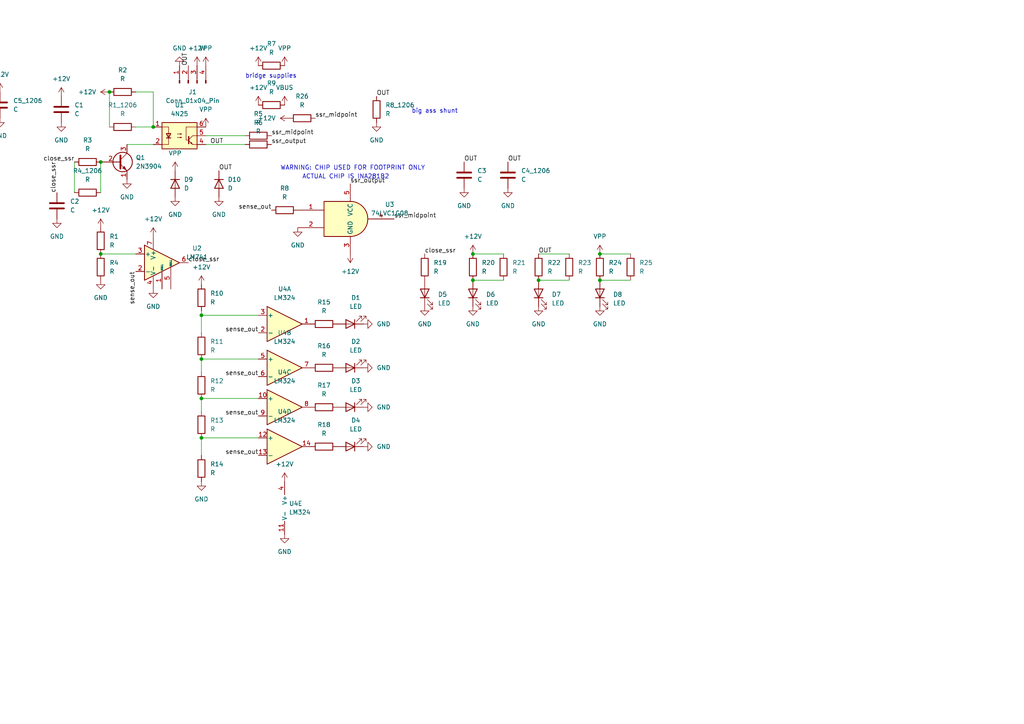
<source format=kicad_sch>
(kicad_sch (version 20230121) (generator eeschema)
  (paper "A4")
  (lib_symbols
    (symbol "74xGxx:74LVC1G08"
      (property "Reference" "U" (at -5.08 7.62 0))
      (property "Value" "74LVC1G08" (at 7.62 -7.62 0))
      (symbol "74LVC1G08_0_1"
        (arc (start 0 -5.08) (mid 5.0579 0) (end 0 5.08) (stroke (width 0.254)) (fill (type background)))
        (polyline (pts (xy 0 -5.08) (xy -7.62 -5.08) (xy -7.62 5.08) (xy 0 5.08)) (stroke (width 0.254)) (fill (type background)))
      )
      (symbol "74LVC1G08_1_1"
        (pin input line (at -15.24 2.54 0) (length 7.62) (name "~") (number "1"))
        (pin input line (at -15.24 -2.54 0) (length 7.62) (name "~") (number "2"))
        (pin power_in line (at 0 -10.16 90) (length 5.08) (name "GND") (number "3"))
        (pin output line (at 12.7 0 180) (length 7.62) (name "~") (number "4"))
        (pin power_in line (at 0 10.16 270) (length 5.08) (name "VCC") (number "5"))
      )
    )
    (symbol "Amplifier_Operational:LM324" (pin_names (offset 0.127))
      (property "Reference" "U" (at 0 5.08 0))
      (property "Value" "LM324" (at 0 -5.08 0))
      (symbol "LM324_1_1"
        (polyline (pts (xy -5.08 5.08) (xy 5.08 0) (xy -5.08 -5.08) (xy -5.08 5.08)) (stroke (width 0.254)) (fill (type background)))
        (pin output line (at 7.62 0 180) (length 2.54) (name "~") (number "1"))
        (pin input line (at -7.62 -2.54 0) (length 2.54) (name "-") (number "2"))
        (pin input line (at -7.62 2.54 0) (length 2.54) (name "+") (number "3"))
      )
      (symbol "LM324_2_1"
        (polyline (pts (xy -5.08 5.08) (xy 5.08 0) (xy -5.08 -5.08) (xy -5.08 5.08)) (stroke (width 0.254)) (fill (type background)))
        (pin input line (at -7.62 2.54 0) (length 2.54) (name "+") (number "5"))
        (pin input line (at -7.62 -2.54 0) (length 2.54) (name "-") (number "6"))
        (pin output line (at 7.62 0 180) (length 2.54) (name "~") (number "7"))
      )
      (symbol "LM324_3_1"
        (polyline (pts (xy -5.08 5.08) (xy 5.08 0) (xy -5.08 -5.08) (xy -5.08 5.08)) (stroke (width 0.254)) (fill (type background)))
        (pin input line (at -7.62 2.54 0) (length 2.54) (name "+") (number "10"))
        (pin output line (at 7.62 0 180) (length 2.54) (name "~") (number "8"))
        (pin input line (at -7.62 -2.54 0) (length 2.54) (name "-") (number "9"))
      )
      (symbol "LM324_4_1"
        (polyline (pts (xy -5.08 5.08) (xy 5.08 0) (xy -5.08 -5.08) (xy -5.08 5.08)) (stroke (width 0.254)) (fill (type background)))
        (pin input line (at -7.62 2.54 0) (length 2.54) (name "+") (number "12"))
        (pin input line (at -7.62 -2.54 0) (length 2.54) (name "-") (number "13"))
        (pin output line (at 7.62 0 180) (length 2.54) (name "~") (number "14"))
      )
      (symbol "LM324_5_1"
        (pin power_in line (at -2.54 -7.62 90) (length 3.81) (name "V-") (number "11"))
        (pin power_in line (at -2.54 7.62 270) (length 3.81) (name "V+") (number "4"))
      )
    )
    (symbol "Amplifier_Operational:LM741" (pin_names (offset 0.127))
      (property "Reference" "U" (at 0 6.35 0))
      (property "Value" "LM741" (at 0 3.81 0))
      (symbol "LM741_0_1"
        (polyline (pts (xy -5.08 5.08) (xy 5.08 0) (xy -5.08 -5.08) (xy -5.08 5.08)) (stroke (width 0.254)) (fill (type background)))
      )
      (symbol "LM741_1_1"
        (pin input line (at 0 -7.62 90) (length 5.08) (name "NULL") (number "1"))
        (pin input line (at -7.62 -2.54 0) (length 2.54) (name "-") (number "2"))
        (pin input line (at -7.62 2.54 0) (length 2.54) (name "+") (number "3"))
        (pin power_in line (at -2.54 -7.62 90) (length 3.81) (name "V-") (number "4"))
        (pin input line (at 2.54 -7.62 90) (length 6.35) (name "NULL") (number "5"))
        (pin output line (at 7.62 0 180) (length 2.54) (name "~") (number "6"))
        (pin power_in line (at -2.54 7.62 270) (length 3.81) (name "V+") (number "7"))
        (pin no_connect line (at 0 2.54 270) (length 2.54) hide (name "NC") (number "8"))
      )
    )
    (symbol "Connector:Conn_01x04_Pin" (pin_names (offset 1.016) hide)
      (property "Reference" "J" (at 0 5.08 0))
      (property "Value" "Conn_01x04_Pin" (at 0 -7.62 0))
      (symbol "Conn_01x04_Pin_1_1"
        (polyline (pts (xy 1.27 -5.08) (xy 0.8636 -5.08)) (stroke (width 0.1524)))
        (polyline (pts (xy 1.27 -2.54) (xy 0.8636 -2.54)) (stroke (width 0.1524)))
        (polyline (pts (xy 1.27 0) (xy 0.8636 0)) (stroke (width 0.1524)))
        (polyline (pts (xy 1.27 2.54) (xy 0.8636 2.54)) (stroke (width 0.1524)))
        (rectangle (start 0.8636 -4.953) (end 0 -5.207) (stroke (width 0.1524)) (fill (type outline)))
        (rectangle (start 0.8636 -2.413) (end 0 -2.667) (stroke (width 0.1524)) (fill (type outline)))
        (rectangle (start 0.8636 0.127) (end 0 -0.127) (stroke (width 0.1524)) (fill (type outline)))
        (rectangle (start 0.8636 2.667) (end 0 2.413) (stroke (width 0.1524)) (fill (type outline)))
        (pin passive line (at 5.08 2.54 180) (length 3.81) (name "Pin_1") (number "1"))
        (pin passive line (at 5.08 0 180) (length 3.81) (name "Pin_2") (number "2"))
        (pin passive line (at 5.08 -2.54 180) (length 3.81) (name "Pin_3") (number "3"))
        (pin passive line (at 5.08 -5.08 180) (length 3.81) (name "Pin_4") (number "4"))
      )
    )
    (symbol "Device:C" (pin_numbers hide) (pin_names (offset 0.254))
      (property "Reference" "C" (at 0.635 2.54 0))
      (property "Value" "C" (at 0.635 -2.54 0))
      (symbol "C_0_1"
        (polyline (pts (xy -2.032 -0.762) (xy 2.032 -0.762)) (stroke (width 0.508)))
        (polyline (pts (xy -2.032 0.762) (xy 2.032 0.762)) (stroke (width 0.508)))
      )
      (symbol "C_1_1"
        (pin passive line (at 0 3.81 270) (length 2.794) (name "~") (number "1"))
        (pin passive line (at 0 -3.81 90) (length 2.794) (name "~") (number "2"))
      )
    )
    (symbol "Device:D" (pin_numbers hide) (pin_names (offset 1.016) hide)
      (property "Reference" "D" (at 0 2.54 0))
      (property "Value" "D" (at 0 -2.54 0))
      (symbol "D_0_1"
        (polyline (pts (xy -1.27 1.27) (xy -1.27 -1.27)) (stroke (width 0.254)))
        (polyline (pts (xy 1.27 0) (xy -1.27 0)))
        (polyline (pts (xy 1.27 1.27) (xy 1.27 -1.27) (xy -1.27 0) (xy 1.27 1.27)) (stroke (width 0.254)))
      )
      (symbol "D_1_1"
        (pin passive line (at -3.81 0 0) (length 2.54) (name "K") (number "1"))
        (pin passive line (at 3.81 0 180) (length 2.54) (name "A") (number "2"))
      )
    )
    (symbol "Device:LED" (pin_numbers hide) (pin_names (offset 1.016) hide)
      (property "Reference" "D" (at 0 2.54 0))
      (property "Value" "LED" (at 0 -2.54 0))
      (symbol "LED_0_1"
        (polyline (pts (xy -1.27 -1.27) (xy -1.27 1.27)) (stroke (width 0.254)))
        (polyline (pts (xy -1.27 0) (xy 1.27 0)))
        (polyline (pts (xy 1.27 -1.27) (xy 1.27 1.27) (xy -1.27 0) (xy 1.27 -1.27)) (stroke (width 0.254)))
        (polyline (pts (xy -3.048 -0.762) (xy -4.572 -2.286) (xy -3.81 -2.286) (xy -4.572 -2.286) (xy -4.572 -1.524)))
        (polyline (pts (xy -1.778 -0.762) (xy -3.302 -2.286) (xy -2.54 -2.286) (xy -3.302 -2.286) (xy -3.302 -1.524)))
      )
      (symbol "LED_1_1"
        (pin passive line (at -3.81 0 0) (length 2.54) (name "K") (number "1"))
        (pin passive line (at 3.81 0 180) (length 2.54) (name "A") (number "2"))
      )
    )
    (symbol "Device:R" (pin_numbers hide) (pin_names (offset 0))
      (property "Reference" "R" (at 2.032 0 90))
      (property "Value" "R" (at 0 0 90))
      (symbol "R_0_1"
        (rectangle (start -1.016 -2.54) (end 1.016 2.54) (stroke (width 0.254)))
      )
      (symbol "R_1_1"
        (pin passive line (at 0 3.81 270) (length 1.27) (name "~") (number "1"))
        (pin passive line (at 0 -3.81 90) (length 1.27) (name "~") (number "2"))
      )
    )
    (symbol "Isolator:4N25" (pin_names (offset 1.016))
      (property "Reference" "U" (at -5.08 5.08 0))
      (property "Value" "4N25" (at 0 5.08 0))
      (symbol "4N25_0_1"
        (rectangle (start -5.08 3.81) (end 5.08 -3.81) (stroke (width 0.254)) (fill (type background)))
        (polyline (pts (xy -3.81 -0.635) (xy -2.54 -0.635)) (stroke (width 0.254)))
        (polyline (pts (xy 2.667 -1.397) (xy 3.81 -2.54)))
        (polyline (pts (xy 2.667 -1.143) (xy 3.81 0)))
        (polyline (pts (xy 3.81 -2.54) (xy 5.08 -2.54)))
        (polyline (pts (xy 3.81 0) (xy 5.08 0)))
        (polyline (pts (xy 2.667 -0.254) (xy 2.667 -2.286) (xy 2.667 -2.286)) (stroke (width 0.3556)))
        (polyline (pts (xy -5.08 -2.54) (xy -3.175 -2.54) (xy -3.175 2.54) (xy -5.08 2.54)))
        (polyline (pts (xy -3.175 -0.635) (xy -3.81 0.635) (xy -2.54 0.635) (xy -3.175 -0.635)) (stroke (width 0.254)))
        (polyline (pts (xy 3.683 -2.413) (xy 3.429 -1.905) (xy 3.175 -2.159) (xy 3.683 -2.413)))
        (polyline (pts (xy 5.08 2.54) (xy 1.905 2.54) (xy 1.905 -1.27) (xy 2.54 -1.27)))
        (polyline (pts (xy -0.635 -0.508) (xy 0.635 -0.508) (xy 0.254 -0.635) (xy 0.254 -0.381) (xy 0.635 -0.508)))
        (polyline (pts (xy -0.635 0.508) (xy 0.635 0.508) (xy 0.254 0.381) (xy 0.254 0.635) (xy 0.635 0.508)))
      )
      (symbol "4N25_1_1"
        (pin passive line (at -7.62 2.54 0) (length 2.54) (name "~") (number "1"))
        (pin passive line (at -7.62 -2.54 0) (length 2.54) (name "~") (number "2"))
        (pin no_connect line (at -5.08 0 0) (length 2.54) hide (name "NC") (number "3"))
        (pin passive line (at 7.62 -2.54 180) (length 2.54) (name "~") (number "4"))
        (pin passive line (at 7.62 0 180) (length 2.54) (name "~") (number "5"))
        (pin passive line (at 7.62 2.54 180) (length 2.54) (name "~") (number "6"))
      )
    )
    (symbol "Transistor_BJT:2N3904" (pin_names (offset 0) hide)
      (property "Reference" "Q" (at 5.08 1.905 0))
      (property "Value" "2N3904" (at 5.08 0 0))
      (symbol "2N3904_0_1"
        (polyline (pts (xy 0.635 0.635) (xy 2.54 2.54)))
        (polyline (pts (xy 0.635 -0.635) (xy 2.54 -2.54) (xy 2.54 -2.54)))
        (polyline (pts (xy 0.635 1.905) (xy 0.635 -1.905) (xy 0.635 -1.905)) (stroke (width 0.508)))
        (polyline (pts (xy 1.27 -1.778) (xy 1.778 -1.27) (xy 2.286 -2.286) (xy 1.27 -1.778) (xy 1.27 -1.778)) (fill (type outline)))
        (circle (center 1.27 0) (radius 2.8194) (stroke (width 0.254)))
      )
      (symbol "2N3904_1_1"
        (pin passive line (at 2.54 -5.08 90) (length 2.54) (name "E") (number "1"))
        (pin passive line (at -5.08 0 0) (length 5.715) (name "B") (number "2"))
        (pin passive line (at 2.54 5.08 270) (length 2.54) (name "C") (number "3"))
      )
    )
    (symbol "power:+12V" (power) (pin_names (offset 0))
      (property "Value" "+12V" (at 0 3.556 0))
      (symbol "+12V_0_1"
        (polyline (pts (xy -0.762 1.27) (xy 0 2.54)))
        (polyline (pts (xy 0 0) (xy 0 2.54)))
        (polyline (pts (xy 0 2.54) (xy 0.762 1.27)))
      )
      (symbol "+12V_1_1"
        (pin power_in line (at 0 0 90) (length 0) hide (name "+12V") (number "1"))
      )
    )
    (symbol "power:GND" (power) (pin_names (offset 0))
      (property "Value" "GND" (at 0 -3.81 0))
      (symbol "GND_0_1"
        (polyline (pts (xy 0 0) (xy 0 -1.27) (xy 1.27 -1.27) (xy 0 -2.54) (xy -1.27 -1.27) (xy 0 -1.27)))
      )
      (symbol "GND_1_1"
        (pin power_in line (at 0 0 270) (length 0) hide (name "GND") (number "1"))
      )
    )
    (symbol "power:VBUS" (power) (pin_names (offset 0))
      (property "Value" "VBUS" (at 0 3.81 0))
      (symbol "VBUS_0_1"
        (polyline (pts (xy -0.762 1.27) (xy 0 2.54)))
        (polyline (pts (xy 0 0) (xy 0 2.54)))
        (polyline (pts (xy 0 2.54) (xy 0.762 1.27)))
      )
      (symbol "VBUS_1_1"
        (pin power_in line (at 0 0 90) (length 0) hide (name "VBUS") (number "1"))
      )
    )
    (symbol "power:VPP" (power) (pin_names (offset 0))
      (property "Value" "VPP" (at 0 3.81 0))
      (symbol "VPP_0_1"
        (polyline (pts (xy -0.762 1.27) (xy 0 2.54)))
        (polyline (pts (xy 0 0) (xy 0 2.54)))
        (polyline (pts (xy 0 2.54) (xy 0.762 1.27)))
      )
      (symbol "VPP_1_1"
        (pin power_in line (at 0 0 90) (length 0) hide (name "VPP") (number "1"))
      )
    )
  )
  (junction (at 29.21 73.66))
  (junction (at 173.99 81.28))
  (junction (at 31.75 26.67))
  (junction (at 173.99 73.66))
  (junction (at 44.45 36.83))
  (junction (at 58.42 91.44))
  (junction (at 137.16 81.28))
  (junction (at 58.42 115.57))
  (junction (at 29.21 46.99))
  (junction (at 156.21 81.28))
  (junction (at 58.42 104.14))
  (junction (at 58.42 127))
  (junction (at 137.16 73.66))
  (wire (pts (xy 173.99 73.66) (xy 182.88 73.66)))
  (wire (pts (xy 58.42 90.17) (xy 58.42 91.44)))
  (wire (pts (xy 58.42 104.14) (xy 74.93 104.14)))
  (wire (pts (xy 58.42 115.57) (xy 74.93 115.57)))
  (wire (pts (xy 58.42 104.14) (xy 58.42 107.95)))
  (wire (pts (xy 58.42 91.44) (xy 58.42 96.52)))
  (wire (pts (xy 58.42 127) (xy 58.42 132.08)))
  (wire (pts (xy 156.21 73.66) (xy 165.1 73.66)))
  (wire (pts (xy 58.42 91.44) (xy 74.93 91.44)))
  (wire (pts (xy 39.37 36.83) (xy 44.45 36.83)))
  (wire (pts (xy 44.45 26.67) (xy 44.45 36.83)))
  (wire (pts (xy 31.75 26.67) (xy 31.75 36.83)))
  (wire (pts (xy 39.37 26.67) (xy 44.45 26.67)))
  (wire (pts (xy 137.16 73.66) (xy 146.05 73.66)))
  (wire (pts (xy 29.21 73.66) (xy 39.37 73.66)))
  (wire (pts (xy 137.16 81.28) (xy 146.05 81.28)))
  (wire (pts (xy 156.21 81.28) (xy 165.1 81.28)))
  (wire (pts (xy 59.69 39.37) (xy 71.12 39.37)))
  (wire (pts (xy 29.21 46.99) (xy 29.21 55.88)))
  (wire (pts (xy 21.59 46.99) (xy 21.59 55.88)))
  (wire (pts (xy 58.42 115.57) (xy 58.42 119.38)))
  (wire (pts (xy 173.99 81.28) (xy 182.88 81.28)))
  (wire (pts (xy 59.69 41.91) (xy 71.12 41.91)))
  (wire (pts (xy 36.83 41.91) (xy 44.45 41.91)))
  (wire (pts (xy 58.42 127) (xy 74.93 127)))
  (text "big ass shunt" (at 119.38 33.02 0) (effects (font (size 1.27 1.27)) (justify left bottom)))
  (text "WARNING: CHIP USED FOR FOOTPRINT ONLY" (at 81.28 49.53 0) (effects (font (size 1.27 1.27)) (justify left bottom)))
  (text "bridge supplies" (at 71.12 22.86 0) (effects (font (size 1.27 1.27)) (justify left bottom)))
  (text "ACTUAL CHIP IS INA281B2\n" (at 87.63 52.07 0) (effects (font (size 1.27 1.27)) (justify left bottom)))
  (label "OUT" (at 60.96 41.91 0))
  (label "ssr_output" (at 101.6 53.34 0))
  (label "sense_out" (at 78.74 60.96 180))
  (label "close_ssr" (at 16.51 55.88 90))
  (label "ssr_output" (at 78.74 41.91 0))
  (label "OUT" (at 134.62 46.99 0))
  (label "OUT" (at 109.22 27.94 0))
  (label "sense_out" (at 74.93 109.22 180))
  (label "sense_out" (at 74.93 132.08 180))
  (label "sense_out" (at 74.93 96.52 180))
  (label "OUT" (at 54.61 19.05 90))
  (label "sense_out" (at 39.37 78.74 270))
  (label "close_ssr" (at 21.59 46.99 180))
  (label "ssr_midpoint" (at 114.3 63.5 0))
  (label "close_ssr" (at 123.19 73.66 0))
  (label "OUT" (at 63.5 49.53 0))
  (label "OUT" (at 147.32 46.99 0))
  (label "ssr_midpoint" (at 91.44 34.29 0))
  (label "close_ssr" (at 54.61 76.2 0))
  (label "ssr_midpoint" (at 78.74 39.37 0))
  (label "sense_out" (at 74.93 120.65 180))
  (label "OUT" (at 156.21 73.66 0))
  (symbol (lib_id "Device:R") (at 82.55 60.96 90) (unit 1)
    (property "Reference" "R8" (at 82.55 54.61 90))
    (property "Value" "R" (at 82.55 57.15 90))
    (property "Footprint" "Resistor_SMD:R_0603_1608Metric" (effects hide))
  )
  (symbol (lib_id "Device:R") (at 58.42 111.76 180) (unit 1)
    (property "Reference" "R12" (at 60.96 110.49 0) (effects (justify right)))
    (property "Value" "R" (at 60.96 113.03 0) (effects (justify right)))
    (property "Footprint" "Resistor_SMD:R_0603_1608Metric" (effects hide))
  )
  (symbol (lib_id "Device:R") (at 58.42 135.89 180) (unit 1)
    (property "Reference" "R14" (at 60.96 134.62 0) (effects (justify right)))
    (property "Value" "R" (at 60.96 137.16 0) (effects (justify right)))
    (property "Footprint" "Resistor_SMD:R_0603_1608Metric" (effects hide))
  )
  (symbol (lib_id "Device:D") (at 63.5 53.34 270) (unit 1)
    (property "Reference" "D10" (at 66.04 52.07 90) (effects (justify left)))
    (property "Value" "D" (at 66.04 54.61 90) (effects (justify left)))
    (property "Footprint" "Capacitor_SMD:C_0603_1608Metric" (effects hide))
    (property "Sim.Device" "D" (effects hide))
    (property "Sim.Pins" "1=K 2=A" (effects hide))
  )
  (symbol (lib_id "power:+12V") (at 17.78 27.94 0) (unit 1)
    (property "Reference" "#PWR035" (effects hide))
    (property "Value" "+12V" (at 17.78 22.86 0))
  )
  (symbol (lib_id "Amplifier_Operational:LM324") (at 82.55 93.98 0) (unit 1)
    (property "Reference" "U4" (at 82.55 83.82 0))
    (property "Value" "LM324" (at 82.55 86.36 0))
    (property "Footprint" "Package_DIP:DIP-14_W7.62mm" (effects hide))
    (property "Datasheet" "http://www.ti.com/lit/ds/symlink/lm2902-n.pdf" (effects hide))
  )
  (symbol (lib_id "power:GND") (at 109.22 35.56 0) (unit 1)
    (property "Reference" "#PWR015" (effects hide))
    (property "Value" "GND" (at 109.22 40.64 0))
  )
  (symbol (lib_id "power:+12V") (at 57.15 19.05 0) (unit 1)
    (property "Reference" "#PWR011" (effects hide))
    (property "Value" "+12V" (at 57.15 13.97 0))
  )
  (symbol (lib_id "power:GND") (at 86.36 66.04 0) (unit 1)
    (property "Reference" "#PWR08" (effects hide))
    (property "Value" "GND" (at 86.36 71.12 0))
  )
  (symbol (lib_id "power:GND") (at 134.62 54.61 0) (unit 1)
    (property "Reference" "#PWR038" (effects hide))
    (property "Value" "GND" (at 134.62 59.69 0))
  )
  (symbol (lib_id "Device:R") (at 87.63 34.29 90) (unit 1)
    (property "Reference" "R26" (at 87.63 27.94 90))
    (property "Value" "R" (at 87.63 30.48 90))
    (property "Footprint" "Resistor_SMD:R_0603_1608Metric" (effects hide))
  )
  (symbol (lib_id "power:+12V") (at 74.93 19.05 0) (unit 1)
    (property "Reference" "#PWR014" (effects hide))
    (property "Value" "+12V" (at 74.93 13.97 0))
  )
  (symbol (lib_id "Device:R") (at 137.16 77.47 0) (unit 1)
    (property "Reference" "R20" (at 139.7 76.2 0) (effects (justify left)))
    (property "Value" "R" (at 139.7 78.74 0) (effects (justify left)))
    (property "Footprint" "Resistor_SMD:R_0603_1608Metric" (effects hide))
  )
  (symbol (lib_id "Device:R") (at 58.42 86.36 180) (unit 1)
    (property "Reference" "R10" (at 60.96 85.09 0) (effects (justify right)))
    (property "Value" "R" (at 60.96 87.63 0) (effects (justify right)))
    (property "Footprint" "Resistor_SMD:R_0603_1608Metric" (effects hide))
  )
  (symbol (lib_id "Device:LED") (at 101.6 118.11 180) (unit 1)
    (property "Reference" "D3" (at 103.1875 110.49 0))
    (property "Value" "LED" (at 103.1875 113.03 0))
    (property "Footprint" "LED_SMD:LED_0603_1608Metric" (effects hide))
  )
  (symbol (lib_id "power:GND") (at 105.41 118.11 90) (unit 1)
    (property "Reference" "#PWR023" (effects hide))
    (property "Value" "GND" (at 109.22 118.11 90) (effects (justify right)))
  )
  (symbol (lib_id "power:+12V") (at 0 26.67 0) (unit 1)
    (property "Reference" "#PWR040" (effects hide))
    (property "Value" "+12V" (at 0 21.59 0))
  )
  (symbol (lib_id "power:GND") (at 105.41 129.54 90) (unit 1)
    (property "Reference" "#PWR022" (effects hide))
    (property "Value" "GND" (at 109.22 129.54 90) (effects (justify right)))
  )
  (symbol (lib_id "Device:C") (at 147.32 50.8 0) (unit 1)
    (property "Reference" "C4_1206" (at 151.13 49.53 0) (effects (justify left)))
    (property "Value" "C" (at 151.13 52.07 0) (effects (justify left)))
    (property "Footprint" "Capacitor_SMD:C_1206_3216Metric" (effects hide))
  )
  (symbol (lib_id "power:VPP") (at 59.69 36.83 0) (unit 1)
    (property "Reference" "#PWR07" (effects hide))
    (property "Value" "VPP" (at 59.69 31.75 0))
  )
  (symbol (lib_id "Device:R") (at 165.1 77.47 0) (unit 1)
    (property "Reference" "R23" (at 167.64 76.2 0) (effects (justify left)))
    (property "Value" "R" (at 167.64 78.74 0) (effects (justify left)))
    (property "Footprint" "Resistor_SMD:R_0603_1608Metric" (effects hide))
  )
  (symbol (lib_id "power:+12V") (at 83.82 34.29 90) (unit 1)
    (property "Reference" "#PWR042" (effects hide))
    (property "Value" "+12V" (at 80.01 34.29 90) (effects (justify left)))
  )
  (symbol (lib_id "power:GND") (at 0 34.29 0) (unit 1)
    (property "Reference" "#PWR041" (effects hide))
    (property "Value" "GND" (at 0 39.37 0))
  )
  (symbol (lib_id "Amplifier_Operational:LM324") (at 82.55 118.11 0) (unit 3)
    (property "Reference" "U4" (at 82.55 107.95 0))
    (property "Value" "LM324" (at 82.55 110.49 0))
    (property "Footprint" "Package_DIP:DIP-14_W7.62mm" (effects hide))
    (property "Datasheet" "http://www.ti.com/lit/ds/symlink/lm2902-n.pdf" (effects hide))
  )
  (symbol (lib_id "power:GND") (at 173.99 88.9 0) (unit 1)
    (property "Reference" "#PWR031" (effects hide))
    (property "Value" "GND" (at 173.99 93.98 0))
  )
  (symbol (lib_id "Device:R") (at 93.98 129.54 270) (unit 1)
    (property "Reference" "R18" (at 93.98 123.19 90))
    (property "Value" "R" (at 93.98 125.73 90))
    (property "Footprint" "Resistor_SMD:R_0603_1608Metric" (effects hide))
  )
  (symbol (lib_id "Device:C") (at 17.78 31.75 0) (unit 1)
    (property "Reference" "C1" (at 21.59 30.48 0) (effects (justify left)))
    (property "Value" "C" (at 21.59 33.02 0) (effects (justify left)))
    (property "Footprint" "Capacitor_SMD:C_0603_1608Metric" (effects hide))
  )
  (symbol (lib_id "power:+12V") (at 82.55 139.7 0) (unit 1)
    (property "Reference" "#PWR018" (effects hide))
    (property "Value" "+12V" (at 82.55 134.62 0))
  )
  (symbol (lib_id "Device:R") (at 74.93 41.91 90) (unit 1)
    (property "Reference" "R6" (at 74.93 35.56 90))
    (property "Value" "R" (at 74.93 38.1 90))
    (property "Footprint" "Resistor_SMD:R_0603_1608Metric" (effects hide))
  )
  (symbol (lib_id "Amplifier_Operational:LM741") (at 46.99 76.2 0) (unit 1)
    (property "Reference" "U2" (at 57.15 72.0091 0))
    (property "Value" "LM741" (at 57.15 74.5491 0))
    (property "Footprint" "Package_DIP:DIP-8_W7.62mm" (effects hide))
    (property "Datasheet" "http://www.ti.com/lit/ds/symlink/lm741.pdf" (effects hide))
  )
  (symbol (lib_id "Device:LED") (at 173.99 85.09 90) (unit 1)
    (property "Reference" "D8" (at 177.8 85.4075 90) (effects (justify right)))
    (property "Value" "LED" (at 177.8 87.9475 90) (effects (justify right)))
    (property "Footprint" "LED_SMD:LED_0603_1608Metric" (effects hide))
  )
  (symbol (lib_id "power:GND") (at 50.8 57.15 0) (unit 1)
    (property "Reference" "#PWR033" (effects hide))
    (property "Value" "GND" (at 50.8 62.23 0))
  )
  (symbol (lib_id "Amplifier_Operational:LM324") (at 82.55 106.68 0) (unit 2)
    (property "Reference" "U4" (at 82.55 96.52 0))
    (property "Value" "LM324" (at 82.55 99.06 0))
    (property "Footprint" "Package_DIP:DIP-14_W7.62mm" (effects hide))
    (property "Datasheet" "http://www.ti.com/lit/ds/symlink/lm2902-n.pdf" (effects hide))
  )
  (symbol (lib_id "Amplifier_Operational:LM324") (at 85.09 147.32 0) (unit 5)
    (property "Reference" "U4" (at 83.82 146.05 0) (effects (justify left)))
    (property "Value" "LM324" (at 83.82 148.59 0) (effects (justify left)))
    (property "Footprint" "Package_DIP:DIP-14_W7.62mm" (effects hide))
    (property "Datasheet" "http://www.ti.com/lit/ds/symlink/lm2902-n.pdf" (effects hide))
  )
  (symbol (lib_id "Device:LED") (at 137.16 85.09 90) (unit 1)
    (property "Reference" "D6" (at 140.97 85.4075 90) (effects (justify right)))
    (property "Value" "LED" (at 140.97 87.9475 90) (effects (justify right)))
    (property "Footprint" "LED_SMD:LED_0603_1608Metric" (effects hide))
  )
  (symbol (lib_id "power:VBUS") (at 82.55 30.48 0) (unit 1)
    (property "Reference" "#PWR016" (effects hide))
    (property "Value" "VBUS" (at 82.55 25.4 0))
  )
  (symbol (lib_id "power:VPP") (at 173.99 73.66 0) (unit 1)
    (property "Reference" "#PWR030" (effects hide))
    (property "Value" "VPP" (at 173.99 68.58 0))
  )
  (symbol (lib_id "power:GND") (at 156.21 88.9 0) (unit 1)
    (property "Reference" "#PWR029" (effects hide))
    (property "Value" "GND" (at 156.21 93.98 0))
  )
  (symbol (lib_id "power:+12V") (at 44.45 68.58 0) (unit 1)
    (property "Reference" "#PWR03" (effects hide))
    (property "Value" "+12V" (at 44.45 63.5 0))
  )
  (symbol (lib_id "Connector:Conn_01x04_Pin") (at 54.61 24.13 90) (unit 1)
    (property "Reference" "J1" (at 55.88 26.67 90))
    (property "Value" "Conn_01x04_Pin" (at 55.88 29.21 90))
    (property "Footprint" "Connector_PinHeader_2.54mm:PinHeader_1x04_P2.54mm_Vertical" (effects hide))
  )
  (symbol (lib_id "power:+12V") (at 29.21 66.04 0) (unit 1)
    (property "Reference" "#PWR06" (effects hide))
    (property "Value" "+12V" (at 29.21 60.96 0))
  )
  (symbol (lib_id "Device:R") (at 93.98 118.11 270) (unit 1)
    (property "Reference" "R17" (at 93.98 111.76 90))
    (property "Value" "R" (at 93.98 114.3 90))
    (property "Footprint" "Resistor_SMD:R_0603_1608Metric" (effects hide))
  )
  (symbol (lib_id "power:+12V") (at 74.93 30.48 0) (unit 1)
    (property "Reference" "#PWR017" (effects hide))
    (property "Value" "+12V" (at 74.93 25.4 0))
  )
  (symbol (lib_id "Device:R") (at 35.56 36.83 90) (unit 1)
    (property "Reference" "R1_1206" (at 35.56 30.48 90))
    (property "Value" "R" (at 35.56 33.02 90))
    (property "Footprint" "Capacitor_SMD:C_1206_3216Metric" (effects hide))
  )
  (symbol (lib_id "Device:R") (at 78.74 19.05 90) (unit 1)
    (property "Reference" "R7" (at 78.74 12.7 90))
    (property "Value" "R" (at 78.74 15.24 90))
    (property "Footprint" "Resistor_SMD:R_0603_1608Metric" (effects hide))
  )
  (symbol (lib_id "Device:R") (at 58.42 123.19 180) (unit 1)
    (property "Reference" "R13" (at 60.96 121.92 0) (effects (justify right)))
    (property "Value" "R" (at 60.96 124.46 0) (effects (justify right)))
    (property "Footprint" "Resistor_SMD:R_0603_1608Metric" (effects hide))
  )
  (symbol (lib_id "power:GND") (at 52.07 19.05 180) (unit 1)
    (property "Reference" "#PWR012" (effects hide))
    (property "Value" "GND" (at 52.07 13.97 0))
  )
  (symbol (lib_id "Device:R") (at 78.74 30.48 90) (unit 1)
    (property "Reference" "R9" (at 78.74 24.13 90))
    (property "Value" "R" (at 78.74 26.67 90))
    (property "Footprint" "Resistor_SMD:R_0603_1608Metric" (effects hide))
  )
  (symbol (lib_id "Device:R") (at 93.98 106.68 270) (unit 1)
    (property "Reference" "R16" (at 93.98 100.33 90))
    (property "Value" "R" (at 93.98 102.87 90))
    (property "Footprint" "Resistor_SMD:R_0603_1608Metric" (effects hide))
  )
  (symbol (lib_id "power:GND") (at 36.83 52.07 0) (unit 1)
    (property "Reference" "#PWR02" (effects hide))
    (property "Value" "GND" (at 36.83 57.15 0))
  )
  (symbol (lib_id "Device:LED") (at 101.6 129.54 180) (unit 1)
    (property "Reference" "D4" (at 103.1875 121.92 0))
    (property "Value" "LED" (at 103.1875 124.46 0))
    (property "Footprint" "LED_SMD:LED_0603_1608Metric" (effects hide))
  )
  (symbol (lib_id "power:GND") (at 123.19 88.9 0) (unit 1)
    (property "Reference" "#PWR026" (effects hide))
    (property "Value" "GND" (at 123.19 93.98 0))
  )
  (symbol (lib_id "Amplifier_Operational:LM324") (at 82.55 129.54 0) (unit 4)
    (property "Reference" "U4" (at 82.55 119.38 0))
    (property "Value" "LM324" (at 82.55 121.92 0))
    (property "Footprint" "Package_DIP:DIP-14_W7.62mm" (effects hide))
    (property "Datasheet" "http://www.ti.com/lit/ds/symlink/lm2902-n.pdf" (effects hide))
  )
  (symbol (lib_id "power:+12V") (at 101.6 73.66 180) (unit 1)
    (property "Reference" "#PWR09" (effects hide))
    (property "Value" "+12V" (at 101.6 78.74 0))
  )
  (symbol (lib_id "power:GND") (at 63.5 57.15 0) (unit 1)
    (property "Reference" "#PWR034" (effects hide))
    (property "Value" "GND" (at 63.5 62.23 0))
  )
  (symbol (lib_id "Device:R") (at 29.21 69.85 180) (unit 1)
    (property "Reference" "R1" (at 31.75 68.58 0) (effects (justify right)))
    (property "Value" "R" (at 31.75 71.12 0) (effects (justify right)))
    (property "Footprint" "Resistor_SMD:R_0603_1608Metric" (effects hide))
  )
  (symbol (lib_id "Device:R") (at 156.21 77.47 0) (unit 1)
    (property "Reference" "R22" (at 158.75 76.2 0) (effects (justify left)))
    (property "Value" "R" (at 158.75 78.74 0) (effects (justify left)))
    (property "Footprint" "Resistor_SMD:R_0603_1608Metric" (effects hide))
  )
  (symbol (lib_id "Device:R") (at 93.98 93.98 270) (unit 1)
    (property "Reference" "R15" (at 93.98 87.63 90))
    (property "Value" "R" (at 93.98 90.17 90))
    (property "Footprint" "Resistor_SMD:R_0603_1608Metric" (effects hide))
  )
  (symbol (lib_id "power:GND") (at 105.41 93.98 90) (unit 1)
    (property "Reference" "#PWR025" (effects hide))
    (property "Value" "GND" (at 109.22 93.98 90) (effects (justify right)))
  )
  (symbol (lib_id "power:GND") (at 137.16 88.9 0) (unit 1)
    (property "Reference" "#PWR028" (effects hide))
    (property "Value" "GND" (at 137.16 93.98 0))
  )
  (symbol (lib_id "Device:C") (at 16.51 59.69 0) (unit 1)
    (property "Reference" "C2" (at 20.32 58.42 0) (effects (justify left)))
    (property "Value" "C" (at 20.32 60.96 0) (effects (justify left)))
    (property "Footprint" "Capacitor_SMD:C_0603_1608Metric" (effects hide))
  )
  (symbol (lib_id "Device:R") (at 58.42 100.33 180) (unit 1)
    (property "Reference" "R11" (at 60.96 99.06 0) (effects (justify right)))
    (property "Value" "R" (at 60.96 101.6 0) (effects (justify right)))
    (property "Footprint" "Resistor_SMD:R_0603_1608Metric" (effects hide))
  )
  (symbol (lib_id "power:+12V") (at 137.16 73.66 0) (unit 1)
    (property "Reference" "#PWR027" (effects hide))
    (property "Value" "+12V" (at 137.16 68.58 0))
  )
  (symbol (lib_id "power:GND") (at 17.78 35.56 0) (unit 1)
    (property "Reference" "#PWR036" (effects hide))
    (property "Value" "GND" (at 17.78 40.64 0))
  )
  (symbol (lib_id "power:+12V") (at 58.42 82.55 0) (unit 1)
    (property "Reference" "#PWR020" (effects hide))
    (property "Value" "+12V" (at 58.42 77.47 0))
  )
  (symbol (lib_id "power:GND") (at 82.55 154.94 0) (unit 1)
    (property "Reference" "#PWR019" (effects hide))
    (property "Value" "GND" (at 82.55 160.02 0))
  )
  (symbol (lib_id "74xGxx:74LVC1G08") (at 101.6 63.5 0) (unit 1)
    (property "Reference" "U3" (at 113.03 59.3091 0))
    (property "Value" "74LVC1G08" (at 113.03 61.8491 0))
    (property "Footprint" "Package_TO_SOT_SMD:SOT-23-6_Handsoldering" (effects hide))
    (property "Datasheet" "https://www.ti.com/lit/ds/symlink/sn74lvc1g08.pdf" (effects hide))
  )
  (symbol (lib_id "power:VPP") (at 50.8 49.53 0) (unit 1)
    (property "Reference" "#PWR032" (effects hide))
    (property "Value" "VPP" (at 50.8 44.45 0))
  )
  (symbol (lib_id "power:GND") (at 29.21 81.28 0) (unit 1)
    (property "Reference" "#PWR05" (effects hide))
    (property "Value" "GND" (at 29.21 86.36 0))
  )
  (symbol (lib_id "Device:LED") (at 156.21 85.09 90) (unit 1)
    (property "Reference" "D7" (at 160.02 85.4075 90) (effects (justify right)))
    (property "Value" "LED" (at 160.02 87.9475 90) (effects (justify right)))
    (property "Footprint" "LED_SMD:LED_0603_1608Metric" (effects hide))
  )
  (symbol (lib_id "power:GND") (at 58.42 139.7 0) (unit 1)
    (property "Reference" "#PWR021" (effects hide))
    (property "Value" "GND" (at 58.42 144.78 0))
  )
  (symbol (lib_id "power:GND") (at 16.51 63.5 0) (unit 1)
    (property "Reference" "#PWR037" (effects hide))
    (property "Value" "GND" (at 16.51 68.58 0))
  )
  (symbol (lib_id "Device:R") (at 74.93 39.37 90) (unit 1)
    (property "Reference" "R5" (at 74.93 33.02 90))
    (property "Value" "R" (at 74.93 35.56 90))
    (property "Footprint" "Resistor_SMD:R_0603_1608Metric" (effects hide))
  )
  (symbol (lib_id "Device:R") (at 173.99 77.47 0) (unit 1)
    (property "Reference" "R24" (at 176.53 76.2 0) (effects (justify left)))
    (property "Value" "R" (at 176.53 78.74 0) (effects (justify left)))
    (property "Footprint" "Resistor_SMD:R_0603_1608Metric" (effects hide))
  )
  (symbol (lib_id "power:VPP") (at 59.69 19.05 0) (unit 1)
    (property "Reference" "#PWR010" (effects hide))
    (property "Value" "VPP" (at 59.69 13.97 0))
  )
  (symbol (lib_id "Device:R") (at 29.21 77.47 180) (unit 1)
    (property "Reference" "R4" (at 31.75 76.2 0) (effects (justify right)))
    (property "Value" "R" (at 31.75 78.74 0) (effects (justify right)))
    (property "Footprint" "Resistor_SMD:R_0603_1608Metric" (effects hide))
  )
  (symbol (lib_id "Device:C") (at 0 30.48 0) (unit 1)
    (property "Reference" "C5_1206" (at 3.81 29.21 0) (effects (justify left)))
    (property "Value" "C" (at 3.81 31.75 0) (effects (justify left)))
    (property "Footprint" "Capacitor_SMD:C_1206_3216Metric" (effects hide))
  )
  (symbol (lib_id "power:GND") (at 44.45 83.82 0) (unit 1)
    (property "Reference" "#PWR04" (effects hide))
    (property "Value" "GND" (at 44.45 88.9 0))
  )
  (symbol (lib_id "Device:R") (at 109.22 31.75 0) (unit 1)
    (property "Reference" "R8_1206" (at 111.76 30.48 0) (effects (justify left)))
    (property "Value" "R" (at 111.76 33.02 0) (effects (justify left)))
    (property "Footprint" "Capacitor_SMD:C_1206_3216Metric" (effects hide))
  )
  (symbol (lib_id "Device:R") (at 25.4 55.88 90) (unit 1)
    (property "Reference" "R4_1206" (at 25.4 49.53 90))
    (property "Value" "R" (at 25.4 52.07 90))
    (property "Footprint" "Capacitor_SMD:C_1206_3216Metric" (effects hide))
  )
  (symbol (lib_id "Device:LED") (at 123.19 85.09 90) (unit 1)
    (property "Reference" "D5" (at 127 85.4075 90) (effects (justify right)))
    (property "Value" "LED" (at 127 87.9475 90) (effects (justify right)))
    (property "Footprint" "LED_SMD:LED_0603_1608Metric" (effects hide))
  )
  (symbol (lib_id "Transistor_BJT:2N3904") (at 34.29 46.99 0) (unit 1)
    (property "Reference" "Q1" (at 39.37 45.72 0) (effects (justify left)))
    (property "Value" "2N3904" (at 39.37 48.26 0) (effects (justify left)))
    (property "Footprint" "Package_TO_SOT_THT:TO-92_Inline" (effects hide))
    (property "Datasheet" "https://www.onsemi.com/pub/Collateral/2N3903-D.PDF" (effects hide))
  )
  (symbol (lib_id "power:GND") (at 147.32 54.61 0) (unit 1)
    (property "Reference" "#PWR039" (effects hide))
    (property "Value" "GND" (at 147.32 59.69 0))
  )
  (symbol (lib_id "power:+12V") (at 31.75 26.67 90) (unit 1)
    (property "Reference" "#PWR01" (effects hide))
    (property "Value" "+12V" (at 27.94 26.67 90) (effects (justify left)))
  )
  (symbol (lib_id "Device:D") (at 50.8 53.34 270) (unit 1)
    (property "Reference" "D9" (at 53.34 52.07 90) (effects (justify left)))
    (property "Value" "D" (at 53.34 54.61 90) (effects (justify left)))
    (property "Footprint" "Capacitor_SMD:C_0603_1608Metric" (effects hide))
    (property "Sim.Device" "D" (effects hide))
    (property "Sim.Pins" "1=K 2=A" (effects hide))
  )
  (symbol (lib_id "Device:LED") (at 101.6 106.68 180) (unit 1)
    (property "Reference" "D2" (at 103.1875 99.06 0))
    (property "Value" "LED" (at 103.1875 101.6 0))
    (property "Footprint" "LED_SMD:LED_0603_1608Metric" (effects hide))
  )
  (symbol (lib_id "power:GND") (at 105.41 106.68 90) (unit 1)
    (property "Reference" "#PWR024" (effects hide))
    (property "Value" "GND" (at 109.22 106.68 90) (effects (justify right)))
  )
  (symbol (lib_id "power:VPP") (at 82.55 19.05 0) (unit 1)
    (property "Reference" "#PWR013" (effects hide))
    (property "Value" "VPP" (at 82.55 13.97 0))
  )
  (symbol (lib_id "Device:LED") (at 101.6 93.98 180) (unit 1)
    (property "Reference" "D1" (at 103.1875 86.36 0))
    (property "Value" "LED" (at 103.1875 88.9 0))
    (property "Footprint" "LED_SMD:LED_0603_1608Metric" (effects hide))
  )
  (symbol (lib_id "Device:C") (at 134.62 50.8 0) (unit 1)
    (property "Reference" "C3" (at 138.43 49.53 0) (effects (justify left)))
    (property "Value" "C" (at 138.43 52.07 0) (effects (justify left)))
    (property "Footprint" "Capacitor_SMD:C_0603_1608Metric" (effects hide))
  )
  (symbol (lib_id "Device:R") (at 35.56 26.67 90) (unit 1)
    (property "Reference" "R2" (at 35.56 20.32 90))
    (property "Value" "R" (at 35.56 22.86 90))
    (property "Footprint" "Resistor_SMD:R_0603_1608Metric" (effects hide))
  )
  (symbol (lib_id "Device:R") (at 25.4 46.99 90) (unit 1)
    (property "Reference" "R3" (at 25.4 40.64 90))
    (property "Value" "R" (at 25.4 43.18 90))
    (property "Footprint" "Resistor_SMD:R_0603_1608Metric" (effects hide))
  )
  (symbol (lib_id "Device:R") (at 146.05 77.47 0) (unit 1)
    (property "Reference" "R21" (at 148.59 76.2 0) (effects (justify left)))
    (property "Value" "R" (at 148.59 78.74 0) (effects (justify left)))
    (property "Footprint" "Resistor_SMD:R_0603_1608Metric" (effects hide))
  )
  (symbol (lib_id "Device:R") (at 182.88 77.47 0) (unit 1)
    (property "Reference" "R25" (at 185.42 76.2 0) (effects (justify left)))
    (property "Value" "R" (at 185.42 78.74 0) (effects (justify left)))
    (property "Footprint" "Resistor_SMD:R_0603_1608Metric" (effects hide))
  )
  (symbol (lib_id "Isolator:4N25") (at 52.07 39.37 0) (unit 1)
    (property "Reference" "U1" (at 52.07 30.48 0))
    (property "Value" "4N25" (at 52.07 33.02 0))
    (property "Footprint" "Package_DIP:DIP-6_W7.62mm" (effects hide))
    (property "Datasheet" "https://www.vishay.com/docs/83725/4n25.pdf" (effects hide))
  )
  (symbol (lib_id "Device:R") (at 123.19 77.47 0) (unit 1)
    (property "Reference" "R19" (at 125.73 76.2 0) (effects (justify left)))
    (property "Value" "R" (at 125.73 78.74 0) (effects (justify left)))
    (property "Footprint" "Resistor_SMD:R_0603_1608Metric" (effects hide))
  )
)
</source>
